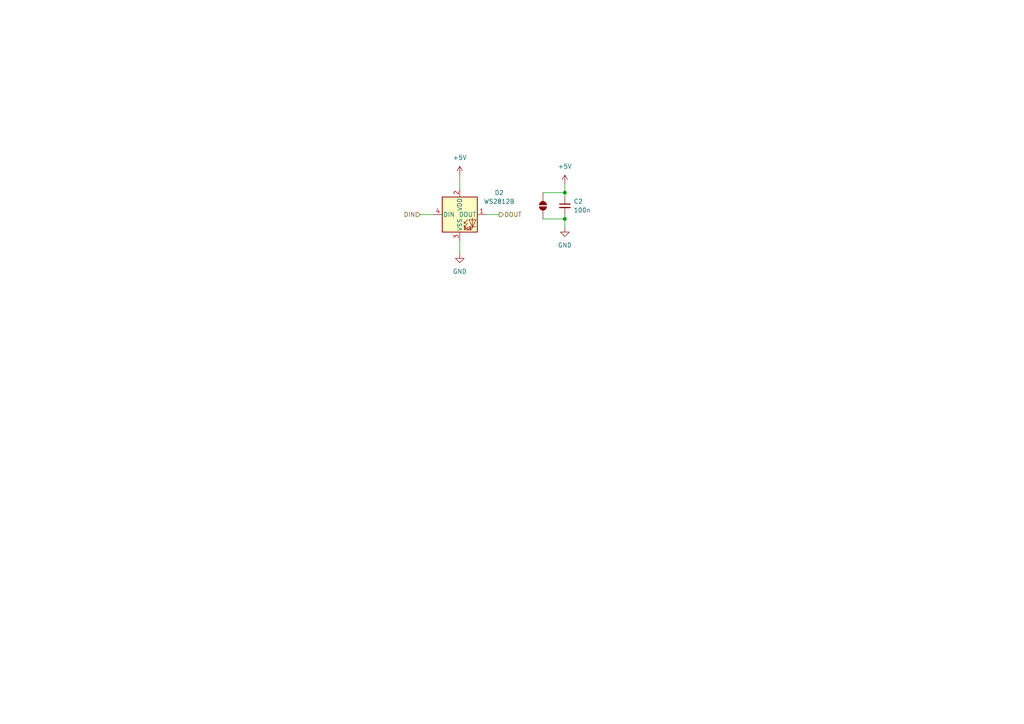
<source format=kicad_sch>
(kicad_sch (version 20231120) (generator "eeschema") (generator_version "8.0")
  (paper "A4")
  (lib_symbols
    (symbol "Device:C_Small" (pin_numbers hide) (pin_names (offset 0.254) hide)
      (property "Reference" "C" (at 0.254 1.778 0))
      (property "Value" "C_Small" (at 0.254 -2.032 0))
      (symbol "C_Small_0_1"
        (polyline (pts (xy -1.524 -0.508) (xy 1.524 -0.508)) (stroke (width 0.3302)))
        (polyline (pts (xy -1.524 0.508) (xy 1.524 0.508)) (stroke (width 0.3048)))
      )
      (symbol "C_Small_1_1"
        (pin passive line (at 0 2.54 270) (length 2.032) (name "~") (number "1"))
        (pin passive line (at 0 -2.54 90) (length 2.032) (name "~") (number "2"))
      )
    )
    (symbol "Jumper:SolderJumper_2_Open" (pin_numbers hide) (pin_names (offset 0) hide) (exclude_from_sim yes) (in_bom no)
      (property "Reference" "JP" (at 0 2.032 0))
      (property "Value" "SolderJumper_2_Open" (at 0 -2.54 0))
      (symbol "SolderJumper_2_Open_0_1"
        (arc (start -0.254 1.016) (mid -1.2656 0) (end -0.254 -1.016))
        (arc (start -0.254 1.016) (mid -1.2656 0) (end -0.254 -1.016) (fill (type outline)))
        (polyline (pts (xy -0.254 1.016) (xy -0.254 -1.016)))
        (polyline (pts (xy 0.254 1.016) (xy 0.254 -1.016)))
        (arc (start 0.254 -1.016) (mid 1.2656 0) (end 0.254 1.016))
        (arc (start 0.254 -1.016) (mid 1.2656 0) (end 0.254 1.016) (fill (type outline)))
      )
      (symbol "SolderJumper_2_Open_1_1"
        (pin passive line (at -3.81 0 0) (length 2.54) (name "A") (number "1"))
        (pin passive line (at 3.81 0 180) (length 2.54) (name "B") (number "2"))
      )
    )
    (symbol "lib_pixel_grid:WS2812B-1615RGBC" (pin_names (offset 0.254))
      (property "Reference" "D" (at 5.08 5.715 0))
      (property "Value" "WS2812B-1615RGBC" (at 1.27 -5.715 0))
      (symbol "WS2812B-1615RGBC_0_0"
        (text "RGB" (at 2.286 -4.191 0) (effects (font (size 0.762 0.762))))
      )
      (symbol "WS2812B-1615RGBC_0_1"
        (polyline (pts (xy 1.27 -3.556) (xy 1.778 -3.556)))
        (polyline (pts (xy 1.27 -2.54) (xy 1.778 -2.54)))
        (polyline (pts (xy 4.699 -3.556) (xy 2.667 -3.556)))
        (polyline (pts (xy 2.286 -2.54) (xy 1.27 -3.556) (xy 1.27 -3.048)))
        (polyline (pts (xy 2.286 -1.524) (xy 1.27 -2.54) (xy 1.27 -2.032)))
        (polyline (pts (xy 3.683 -1.016) (xy 3.683 -3.556) (xy 3.683 -4.064)))
        (polyline (pts (xy 4.699 -1.524) (xy 2.667 -1.524) (xy 3.683 -3.556) (xy 4.699 -1.524)))
        (rectangle (start 5.08 5.08) (end -5.08 -5.08) (stroke (width 0.254)) (fill (type background)))
      )
      (symbol "WS2812B-1615RGBC_1_1"
        (pin output line (at 7.62 0 180) (length 2.54) (name "DOUT") (number "1"))
        (pin power_in line (at 0 7.62 270) (length 2.54) (name "VDD") (number "2"))
        (pin power_in line (at 0 -7.62 90) (length 2.54) (name "VSS") (number "3"))
        (pin input line (at -7.62 0 0) (length 2.54) (name "DIN") (number "4"))
      )
    )
    (symbol "power:+5V" (power) (pin_numbers hide) (pin_names (offset 0) hide)
      (property "Value" "+5V" (at 0 3.556 0))
      (symbol "+5V_0_1"
        (polyline (pts (xy -0.762 1.27) (xy 0 2.54)))
        (polyline (pts (xy 0 0) (xy 0 2.54)))
        (polyline (pts (xy 0 2.54) (xy 0.762 1.27)))
      )
      (symbol "+5V_1_1"
        (pin power_in line (at 0 0 90) (length 0) (name "~") (number "1"))
      )
    )
    (symbol "power:GND" (power) (pin_numbers hide) (pin_names (offset 0) hide)
      (property "Value" "GND" (at 0 -3.81 0))
      (symbol "GND_0_1"
        (polyline (pts (xy 0 0) (xy 0 -1.27) (xy 1.27 -1.27) (xy 0 -2.54) (xy -1.27 -1.27) (xy 0 -1.27)))
      )
      (symbol "GND_1_1"
        (pin power_in line (at 0 0 270) (length 0) (name "~") (number "1"))
      )
    )
  )
  (junction (at 163.83 55.88))
  (junction (at 163.83 63.5))
  (wire (pts (xy 157.48 55.88) (xy 163.83 55.88)))
  (wire (pts (xy 140.97 62.23) (xy 144.78 62.23)))
  (wire (pts (xy 133.35 50.8) (xy 133.35 54.61)))
  (wire (pts (xy 163.83 55.88) (xy 163.83 57.15)))
  (wire (pts (xy 133.35 69.85) (xy 133.35 73.66)))
  (wire (pts (xy 121.92 62.23) (xy 125.73 62.23)))
  (wire (pts (xy 163.83 62.23) (xy 163.83 63.5)))
  (wire (pts (xy 163.83 63.5) (xy 163.83 66.04)))
  (wire (pts (xy 163.83 53.34) (xy 163.83 55.88)))
  (wire (pts (xy 157.48 63.5) (xy 163.83 63.5)))
  (hierarchical_label "DOUT" (shape output) (at 144.78 62.23 0))
  (hierarchical_label "DIN" (shape input) (at 121.92 62.23 180))
  (symbol (lib_id "lib_pixel_grid:WS2812B-1615RGBC") (at 133.35 62.23 0) (unit 1)
    (property "Reference" "D2" (at 144.78 55.9114 0))
    (property "Value" "WS2812B" (at 144.78 58.4514 0))
    (property "Footprint" "lib_pixel_grid:LED_WS2812B-1615_1.5x1.6mm" (effects (hide yes)))
    (property "Datasheet" "https://cdn-shop.adafruit.com/datasheets/WS2812B.pdf" (effects (hide yes)))
    (property "Description" "RGB LED with integrated controller" (effects (hide yes)))
    (property "LCSC" "C5349954" (effects (hide yes)))
    (instances (project "pixel_grid" (path "" (reference "D2") (unit 1)) (path "" (reference "D3") (unit 1)) (path "" (reference "D4") (unit 1)) (path "" (reference "D5") (unit 1)) (path "" (reference "D6") (unit 1)) (path "" (reference "D7") (unit 1)) (path "" (reference "D8") (unit 1)) (path "" (reference "D9") (unit 1)) (path "" (reference "D10") (unit 1)) (path "" (reference "D11") (unit 1)) (path "" (reference "D12") (unit 1)) (path "" (reference "D13") (unit 1)) (path "" (reference "D14") (unit 1)) (path "" (reference "D15") (unit 1)) (path "" (reference "D16") (unit 1)) (path "" (reference "D17") (unit 1)) (path "" (reference "D18") (unit 1)) (path "" (reference "D19") (unit 1)) (path "" (reference "D20") (unit 1)) (path "" (reference "D21") (unit 1)) (path "" (reference "D22") (unit 1)) (path "" (reference "D23") (unit 1)) (path "" (reference "D24") (unit 1)) (path "" (reference "D25") (unit 1)) (path "" (reference "D26") (unit 1)) (path "" (reference "D27") (unit 1)) (path "" (reference "D28") (unit 1)) (path "" (reference "D29") (unit 1)) (path "" (reference "D30") (unit 1)) (path "" (reference "D31") (unit 1)) (path "" (reference "D32") (unit 1)) (path "" (reference "D33") (unit 1)) (path "" (reference "D34") (unit 1)) (path "" (reference "D35") (unit 1)) (path "" (reference "D36") (unit 1)) (path "" (reference "D37") (unit 1)) (path "" (reference "D38") (unit 1)) (path "" (reference "D39") (unit 1)) (path "" (reference "D40") (unit 1)) (path "" (reference "D41") (unit 1)) (path "" (reference "D42") (unit 1)) (path "" (reference "D43") (unit 1)) (path "" (reference "D44") (unit 1)) (path "" (reference "D45") (unit 1)) (path "" (reference "D46") (unit 1)) (path "" (reference "D47") (unit 1)) (path "" (reference "D48") (unit 1)) (path "" (reference "D49") (unit 1)) (path "" (reference "D50") (unit 1)) (path "" (reference "D51") (unit 1)) (path "" (reference "D52") (unit 1)) (path "" (reference "D53") (unit 1)) (path "" (reference "D54") (unit 1)) (path "" (reference "D55") (unit 1)) (path "" (reference "D56") (unit 1)) (path "" (reference "D57") (unit 1)) (path "" (reference "D58") (unit 1)) (path "" (reference "D59") (unit 1)) (path "" (reference "D60") (unit 1)) (path "" (reference "D61") (unit 1)) (path "" (reference "D62") (unit 1)) (path "" (reference "D63") (unit 1)) (path "" (reference "D64") (unit 1)) (path "" (reference "D65") (unit 1)) (path "" (reference "D66") (unit 1)) (path "" (reference "D67") (unit 1)) (path "" (reference "D68") (unit 1)) (path "" (reference "D69") (unit 1)) (path "" (reference "D70") (unit 1)) (path "" (reference "D71") (unit 1)) (path "" (reference "D72") (unit 1)) (path "" (reference "D73") (unit 1)) (path "" (reference "D74") (unit 1)) (path "" (reference "D75") (unit 1)) (path "" (reference "D76") (unit 1)) (path "" (reference "D77") (unit 1)) (path "" (reference "D78") (unit 1)) (path "" (reference "D79") (unit 1)) (path "" (reference "D80") (unit 1)) (path "" (reference "D81") (unit 1)) (path "" (reference "D82") (unit 1)) (path "" (reference "D83") (unit 1)) (path "" (reference "D84") (unit 1)) (path "" (reference "D85") (unit 1)) (path "" (reference "D86") (unit 1)) (path "" (reference "D87") (unit 1)) (path "" (reference "D88") (unit 1)) (path "" (reference "D89") (unit 1)) (path "" (reference "D90") (unit 1)) (path "" (reference "D91") (unit 1)) (path "" (reference "D92") (unit 1)) (path "" (reference "D93") (unit 1)) (path "" (reference "D94") (unit 1)) (path "" (reference "D95") (unit 1)) (path "" (reference "D96") (unit 1)) (path "" (reference "D97") (unit 1)) (path "" (reference "D98") (unit 1)) (path "" (reference "D99") (unit 1)) (path "" (reference "D100") (unit 1)) (path "" (reference "D1") (unit 1))))
  )
  (symbol (lib_id "power:+5V") (at 163.83 53.34 0) (unit 1)
    (property "Reference" "#PWR011" (effects (hide yes)))
    (property "Value" "+5V" (at 163.83 48.26 0))
    (property "Description" "Power symbol creates a global label with name \"+5V\"" (effects (hide yes)))
    (instances (project "pixel_grid" (path "" (reference "#PWR011") (unit 1)) (path "" (reference "#PWR015") (unit 1)) (path "" (reference "#PWR019") (unit 1)) (path "" (reference "#PWR023") (unit 1)) (path "" (reference "#PWR027") (unit 1)) (path "" (reference "#PWR031") (unit 1)) (path "" (reference "#PWR035") (unit 1)) (path "" (reference "#PWR039") (unit 1)) (path "" (reference "#PWR043") (unit 1)) (path "" (reference "#PWR047") (unit 1)) (path "" (reference "#PWR051") (unit 1)) (path "" (reference "#PWR055") (unit 1)) (path "" (reference "#PWR059") (unit 1)) (path "" (reference "#PWR063") (unit 1)) (path "" (reference "#PWR067") (unit 1)) (path "" (reference "#PWR071") (unit 1)) (path "" (reference "#PWR075") (unit 1)) (path "" (reference "#PWR079") (unit 1)) (path "" (reference "#PWR083") (unit 1)) (path "" (reference "#PWR087") (unit 1)) (path "" (reference "#PWR091") (unit 1)) (path "" (reference "#PWR095") (unit 1)) (path "" (reference "#PWR099") (unit 1)) (path "" (reference "#PWR0103") (unit 1)) (path "" (reference "#PWR0107") (unit 1)) (path "" (reference "#PWR0111") (unit 1)) (path "" (reference "#PWR0115") (unit 1)) (path "" (reference "#PWR0119") (unit 1)) (path "" (reference "#PWR0123") (unit 1)) (path "" (reference "#PWR0127") (unit 1)) (path "" (reference "#PWR0131") (unit 1)) (path "" (reference "#PWR0135") (unit 1)) (path "" (reference "#PWR0139") (unit 1)) (path "" (reference "#PWR0143") (unit 1)) (path "" (reference "#PWR0147") (unit 1)) (path "" (reference "#PWR0151") (unit 1)) (path "" (reference "#PWR0155") (unit 1)) (path "" (reference "#PWR0159") (unit 1)) (path "" (reference "#PWR0163") (unit 1)) (path "" (reference "#PWR0167") (unit 1)) (path "" (reference "#PWR0171") (unit 1)) (path "" (reference "#PWR0175") (unit 1)) (path "" (reference "#PWR0179") (unit 1)) (path "" (reference "#PWR0183") (unit 1)) (path "" (reference "#PWR0187") (unit 1)) (path "" (reference "#PWR0191") (unit 1)) (path "" (reference "#PWR0195") (unit 1)) (path "" (reference "#PWR0199") (unit 1)) (path "" (reference "#PWR0203") (unit 1)) (path "" (reference "#PWR0207") (unit 1)) (path "" (reference "#PWR0211") (unit 1)) (path "" (reference "#PWR0215") (unit 1)) (path "" (reference "#PWR0219") (unit 1)) (path "" (reference "#PWR0223") (unit 1)) (path "" (reference "#PWR0227") (unit 1)) (path "" (reference "#PWR0231") (unit 1)) (path "" (reference "#PWR0235") (unit 1)) (path "" (reference "#PWR0239") (unit 1)) (path "" (reference "#PWR0243") (unit 1)) (path "" (reference "#PWR0247") (unit 1)) (path "" (reference "#PWR0251") (unit 1)) (path "" (reference "#PWR0255") (unit 1)) (path "" (reference "#PWR0259") (unit 1)) (path "" (reference "#PWR0263") (unit 1)) (path "" (reference "#PWR0267") (unit 1)) (path "" (reference "#PWR0271") (unit 1)) (path "" (reference "#PWR0275") (unit 1)) (path "" (reference "#PWR0279") (unit 1)) (path "" (reference "#PWR0283") (unit 1)) (path "" (reference "#PWR0287") (unit 1)) (path "" (reference "#PWR0291") (unit 1)) (path "" (reference "#PWR0295") (unit 1)) (path "" (reference "#PWR0299") (unit 1)) (path "" (reference "#PWR0303") (unit 1)) (path "" (reference "#PWR0307") (unit 1)) (path "" (reference "#PWR0311") (unit 1)) (path "" (reference "#PWR0315") (unit 1)) (path "" (reference "#PWR0319") (unit 1)) (path "" (reference "#PWR0323") (unit 1)) (path "" (reference "#PWR0327") (unit 1)) (path "" (reference "#PWR0331") (unit 1)) (path "" (reference "#PWR0335") (unit 1)) (path "" (reference "#PWR0339") (unit 1)) (path "" (reference "#PWR0343") (unit 1)) (path "" (reference "#PWR0347") (unit 1)) (path "" (reference "#PWR0351") (unit 1)) (path "" (reference "#PWR0355") (unit 1)) (path "" (reference "#PWR0359") (unit 1)) (path "" (reference "#PWR0363") (unit 1)) (path "" (reference "#PWR0367") (unit 1)) (path "" (reference "#PWR0371") (unit 1)) (path "" (reference "#PWR0375") (unit 1)) (path "" (reference "#PWR0379") (unit 1)) (path "" (reference "#PWR0383") (unit 1)) (path "" (reference "#PWR0387") (unit 1)) (path "" (reference "#PWR0391") (unit 1)) (path "" (reference "#PWR0395") (unit 1)) (path "" (reference "#PWR0399") (unit 1)) (path "" (reference "#PWR0403") (unit 1)) (path "" (reference "#PWR0407") (unit 1))))
  )
  (symbol (lib_id "power:GND") (at 163.83 66.04 0) (unit 1)
    (property "Reference" "#PWR012" (effects (hide yes)))
    (property "Value" "GND" (at 163.83 71.12 0))
    (property "Description" "Power symbol creates a global label with name \"GND\" , ground" (effects (hide yes)))
    (instances (project "pixel_grid" (path "" (reference "#PWR012") (unit 1)) (path "" (reference "#PWR016") (unit 1)) (path "" (reference "#PWR020") (unit 1)) (path "" (reference "#PWR024") (unit 1)) (path "" (reference "#PWR028") (unit 1)) (path "" (reference "#PWR032") (unit 1)) (path "" (reference "#PWR036") (unit 1)) (path "" (reference "#PWR040") (unit 1)) (path "" (reference "#PWR044") (unit 1)) (path "" (reference "#PWR048") (unit 1)) (path "" (reference "#PWR052") (unit 1)) (path "" (reference "#PWR056") (unit 1)) (path "" (reference "#PWR060") (unit 1)) (path "" (reference "#PWR064") (unit 1)) (path "" (reference "#PWR068") (unit 1)) (path "" (reference "#PWR072") (unit 1)) (path "" (reference "#PWR076") (unit 1)) (path "" (reference "#PWR080") (unit 1)) (path "" (reference "#PWR084") (unit 1)) (path "" (reference "#PWR088") (unit 1)) (path "" (reference "#PWR092") (unit 1)) (path "" (reference "#PWR096") (unit 1)) (path "" (reference "#PWR0100") (unit 1)) (path "" (reference "#PWR0104") (unit 1)) (path "" (reference "#PWR0108") (unit 1)) (path "" (reference "#PWR0112") (unit 1)) (path "" (reference "#PWR0116") (unit 1)) (path "" (reference "#PWR0120") (unit 1)) (path "" (reference "#PWR0124") (unit 1)) (path "" (reference "#PWR0128") (unit 1)) (path "" (reference "#PWR0132") (unit 1)) (path "" (reference "#PWR0136") (unit 1)) (path "" (reference "#PWR0140") (unit 1)) (path "" (reference "#PWR0144") (unit 1)) (path "" (reference "#PWR0148") (unit 1)) (path "" (reference "#PWR0152") (unit 1)) (path "" (reference "#PWR0156") (unit 1)) (path "" (reference "#PWR0160") (unit 1)) (path "" (reference "#PWR0164") (unit 1)) (path "" (reference "#PWR0168") (unit 1)) (path "" (reference "#PWR0172") (unit 1)) (path "" (reference "#PWR0176") (unit 1)) (path "" (reference "#PWR0180") (unit 1)) (path "" (reference "#PWR0184") (unit 1)) (path "" (reference "#PWR0188") (unit 1)) (path "" (reference "#PWR0192") (unit 1)) (path "" (reference "#PWR0196") (unit 1)) (path "" (reference "#PWR0200") (unit 1)) (path "" (reference "#PWR0204") (unit 1)) (path "" (reference "#PWR0208") (unit 1)) (path "" (reference "#PWR0212") (unit 1)) (path "" (reference "#PWR0216") (unit 1)) (path "" (reference "#PWR0220") (unit 1)) (path "" (reference "#PWR0224") (unit 1)) (path "" (reference "#PWR0228") (unit 1)) (path "" (reference "#PWR0232") (unit 1)) (path "" (reference "#PWR0236") (unit 1)) (path "" (reference "#PWR0240") (unit 1)) (path "" (reference "#PWR0244") (unit 1)) (path "" (reference "#PWR0248") (unit 1)) (path "" (reference "#PWR0252") (unit 1)) (path "" (reference "#PWR0256") (unit 1)) (path "" (reference "#PWR0260") (unit 1)) (path "" (reference "#PWR0264") (unit 1)) (path "" (reference "#PWR0268") (unit 1)) (path "" (reference "#PWR0272") (unit 1)) (path "" (reference "#PWR0276") (unit 1)) (path "" (reference "#PWR0280") (unit 1)) (path "" (reference "#PWR0284") (unit 1)) (path "" (reference "#PWR0288") (unit 1)) (path "" (reference "#PWR0292") (unit 1)) (path "" (reference "#PWR0296") (unit 1)) (path "" (reference "#PWR0300") (unit 1)) (path "" (reference "#PWR0304") (unit 1)) (path "" (reference "#PWR0308") (unit 1)) (path "" (reference "#PWR0312") (unit 1)) (path "" (reference "#PWR0316") (unit 1)) (path "" (reference "#PWR0320") (unit 1)) (path "" (reference "#PWR0324") (unit 1)) (path "" (reference "#PWR0328") (unit 1)) (path "" (reference "#PWR0332") (unit 1)) (path "" (reference "#PWR0336") (unit 1)) (path "" (reference "#PWR0340") (unit 1)) (path "" (reference "#PWR0344") (unit 1)) (path "" (reference "#PWR0348") (unit 1)) (path "" (reference "#PWR0352") (unit 1)) (path "" (reference "#PWR0356") (unit 1)) (path "" (reference "#PWR0360") (unit 1)) (path "" (reference "#PWR0364") (unit 1)) (path "" (reference "#PWR0368") (unit 1)) (path "" (reference "#PWR0372") (unit 1)) (path "" (reference "#PWR0376") (unit 1)) (path "" (reference "#PWR0380") (unit 1)) (path "" (reference "#PWR0384") (unit 1)) (path "" (reference "#PWR0388") (unit 1)) (path "" (reference "#PWR0392") (unit 1)) (path "" (reference "#PWR0396") (unit 1)) (path "" (reference "#PWR0400") (unit 1)) (path "" (reference "#PWR0404") (unit 1)) (path "" (reference "#PWR0408") (unit 1))))
  )
  (symbol (lib_id "power:+5V") (at 133.35 50.8 0) (unit 1)
    (property "Reference" "#PWR013" (effects (hide yes)))
    (property "Value" "+5V" (at 133.35 45.72 0))
    (property "Description" "Power symbol creates a global label with name \"+5V\"" (effects (hide yes)))
    (instances (project "pixel_grid" (path "" (reference "#PWR013") (unit 1)) (path "" (reference "#PWR017") (unit 1)) (path "" (reference "#PWR021") (unit 1)) (path "" (reference "#PWR025") (unit 1)) (path "" (reference "#PWR029") (unit 1)) (path "" (reference "#PWR033") (unit 1)) (path "" (reference "#PWR037") (unit 1)) (path "" (reference "#PWR041") (unit 1)) (path "" (reference "#PWR045") (unit 1)) (path "" (reference "#PWR049") (unit 1)) (path "" (reference "#PWR053") (unit 1)) (path "" (reference "#PWR057") (unit 1)) (path "" (reference "#PWR061") (unit 1)) (path "" (reference "#PWR065") (unit 1)) (path "" (reference "#PWR069") (unit 1)) (path "" (reference "#PWR073") (unit 1)) (path "" (reference "#PWR077") (unit 1)) (path "" (reference "#PWR081") (unit 1)) (path "" (reference "#PWR085") (unit 1)) (path "" (reference "#PWR089") (unit 1)) (path "" (reference "#PWR093") (unit 1)) (path "" (reference "#PWR097") (unit 1)) (path "" (reference "#PWR0101") (unit 1)) (path "" (reference "#PWR0105") (unit 1)) (path "" (reference "#PWR0109") (unit 1)) (path "" (reference "#PWR0113") (unit 1)) (path "" (reference "#PWR0117") (unit 1)) (path "" (reference "#PWR0121") (unit 1)) (path "" (reference "#PWR0125") (unit 1)) (path "" (reference "#PWR0129") (unit 1)) (path "" (reference "#PWR0133") (unit 1)) (path "" (reference "#PWR0137") (unit 1)) (path "" (reference "#PWR0141") (unit 1)) (path "" (reference "#PWR0145") (unit 1)) (path "" (reference "#PWR0149") (unit 1)) (path "" (reference "#PWR0153") (unit 1)) (path "" (reference "#PWR0157") (unit 1)) (path "" (reference "#PWR0161") (unit 1)) (path "" (reference "#PWR0165") (unit 1)) (path "" (reference "#PWR0169") (unit 1)) (path "" (reference "#PWR0173") (unit 1)) (path "" (reference "#PWR0177") (unit 1)) (path "" (reference "#PWR0181") (unit 1)) (path "" (reference "#PWR0185") (unit 1)) (path "" (reference "#PWR0189") (unit 1)) (path "" (reference "#PWR0193") (unit 1)) (path "" (reference "#PWR0197") (unit 1)) (path "" (reference "#PWR0201") (unit 1)) (path "" (reference "#PWR0205") (unit 1)) (path "" (reference "#PWR0209") (unit 1)) (path "" (reference "#PWR0213") (unit 1)) (path "" (reference "#PWR0217") (unit 1)) (path "" (reference "#PWR0221") (unit 1)) (path "" (reference "#PWR0225") (unit 1)) (path "" (reference "#PWR0229") (unit 1)) (path "" (reference "#PWR0233") (unit 1)) (path "" (reference "#PWR0237") (unit 1)) (path "" (reference "#PWR0241") (unit 1)) (path "" (reference "#PWR0245") (unit 1)) (path "" (reference "#PWR0249") (unit 1)) (path "" (reference "#PWR0253") (unit 1)) (path "" (reference "#PWR0257") (unit 1)) (path "" (reference "#PWR0261") (unit 1)) (path "" (reference "#PWR0265") (unit 1)) (path "" (reference "#PWR0269") (unit 1)) (path "" (reference "#PWR0273") (unit 1)) (path "" (reference "#PWR0277") (unit 1)) (path "" (reference "#PWR0281") (unit 1)) (path "" (reference "#PWR0285") (unit 1)) (path "" (reference "#PWR0289") (unit 1)) (path "" (reference "#PWR0293") (unit 1)) (path "" (reference "#PWR0297") (unit 1)) (path "" (reference "#PWR0301") (unit 1)) (path "" (reference "#PWR0305") (unit 1)) (path "" (reference "#PWR0309") (unit 1)) (path "" (reference "#PWR0313") (unit 1)) (path "" (reference "#PWR0317") (unit 1)) (path "" (reference "#PWR0321") (unit 1)) (path "" (reference "#PWR0325") (unit 1)) (path "" (reference "#PWR0329") (unit 1)) (path "" (reference "#PWR0333") (unit 1)) (path "" (reference "#PWR0337") (unit 1)) (path "" (reference "#PWR0341") (unit 1)) (path "" (reference "#PWR0345") (unit 1)) (path "" (reference "#PWR0349") (unit 1)) (path "" (reference "#PWR0353") (unit 1)) (path "" (reference "#PWR0357") (unit 1)) (path "" (reference "#PWR0361") (unit 1)) (path "" (reference "#PWR0365") (unit 1)) (path "" (reference "#PWR0369") (unit 1)) (path "" (reference "#PWR0373") (unit 1)) (path "" (reference "#PWR0377") (unit 1)) (path "" (reference "#PWR0381") (unit 1)) (path "" (reference "#PWR0385") (unit 1)) (path "" (reference "#PWR0389") (unit 1)) (path "" (reference "#PWR0393") (unit 1)) (path "" (reference "#PWR0397") (unit 1)) (path "" (reference "#PWR0401") (unit 1)) (path "" (reference "#PWR0405") (unit 1)) (path "" (reference "#PWR09") (unit 1))))
  )
  (symbol (lib_id "Jumper:SolderJumper_2_Open") (at 157.48 59.69 90) (unit 1) (exclude_from_sim yes) (in_bom no)
    (property "Reference" "JP71" (effects (hide yes)))
    (property "Value" "SolderJumper_2_Open" (effects (hide yes)))
    (property "Footprint" "lib_pixel_grid:Pin_D0.6mm_Via" (effects (hide yes)))
    (property "Description" "Solder Jumper, 2-pole, open" (effects (hide yes)))
    (instances (project "pixel_grid" (path "" (reference "JP71") (unit 1)) (path "" (reference "JP1") (unit 1)) (path "" (reference "JP2") (unit 1)) (path "" (reference "JP3") (unit 1)) (path "" (reference "JP4") (unit 1)) (path "" (reference "JP5") (unit 1)) (path "" (reference "JP6") (unit 1)) (path "" (reference "JP7") (unit 1)) (path "" (reference "JP8") (unit 1)) (path "" (reference "JP9") (unit 1)) (path "" (reference "JP10") (unit 1)) (path "" (reference "JP11") (unit 1)) (path "" (reference "JP12") (unit 1)) (path "" (reference "JP13") (unit 1)) (path "" (reference "JP14") (unit 1)) (path "" (reference "JP15") (unit 1)) (path "" (reference "JP16") (unit 1)) (path "" (reference "JP17") (unit 1)) (path "" (reference "JP18") (unit 1)) (path "" (reference "JP19") (unit 1)) (path "" (reference "JP20") (unit 1)) (path "" (reference "JP21") (unit 1)) (path "" (reference "JP22") (unit 1)) (path "" (reference "JP23") (unit 1)) (path "" (reference "JP24") (unit 1)) (path "" (reference "JP25") (unit 1)) (path "" (reference "JP26") (unit 1)) (path "" (reference "JP27") (unit 1)) (path "" (reference "JP28") (unit 1)) (path "" (reference "JP29") (unit 1)) (path "" (reference "JP30") (unit 1)) (path "" (reference "JP31") (unit 1)) (path "" (reference "JP32") (unit 1)) (path "" (reference "JP33") (unit 1)) (path "" (reference "JP34") (unit 1)) (path "" (reference "JP35") (unit 1)) (path "" (reference "JP36") (unit 1)) (path "" (reference "JP37") (unit 1)) (path "" (reference "JP38") (unit 1)) (path "" (reference "JP39") (unit 1)) (path "" (reference "JP40") (unit 1)) (path "" (reference "JP41") (unit 1)) (path "" (reference "JP42") (unit 1)) (path "" (reference "JP43") (unit 1)) (path "" (reference "JP44") (unit 1)) (path "" (reference "JP45") (unit 1)) (path "" (reference "JP46") (unit 1)) (path "" (reference "JP47") (unit 1)) (path "" (reference "JP48") (unit 1)) (path "" (reference "JP49") (unit 1)) (path "" (reference "JP50") (unit 1)) (path "" (reference "JP51") (unit 1)) (path "" (reference "JP52") (unit 1)) (path "" (reference "JP53") (unit 1)) (path "" (reference "JP54") (unit 1)) (path "" (reference "JP55") (unit 1)) (path "" (reference "JP56") (unit 1)) (path "" (reference "JP57") (unit 1)) (path "" (reference "JP58") (unit 1)) (path "" (reference "JP59") (unit 1)) (path "" (reference "JP60") (unit 1)) (path "" (reference "JP61") (unit 1)) (path "" (reference "JP62") (unit 1)) (path "" (reference "JP63") (unit 1)) (path "" (reference "JP64") (unit 1)) (path "" (reference "JP65") (unit 1)) (path "" (reference "JP66") (unit 1)) (path "" (reference "JP67") (unit 1)) (path "" (reference "JP68") (unit 1)) (path "" (reference "JP69") (unit 1)) (path "" (reference "JP70") (unit 1)) (path "" (reference "JP72") (unit 1)) (path "" (reference "JP73") (unit 1)) (path "" (reference "JP74") (unit 1)) (path "" (reference "JP75") (unit 1)) (path "" (reference "JP76") (unit 1)) (path "" (reference "JP77") (unit 1)) (path "" (reference "JP78") (unit 1)) (path "" (reference "JP79") (unit 1)) (path "" (reference "JP80") (unit 1)) (path "" (reference "JP81") (unit 1)) (path "" (reference "JP82") (unit 1)) (path "" (reference "JP83") (unit 1)) (path "" (reference "JP84") (unit 1)) (path "" (reference "JP85") (unit 1)) (path "" (reference "JP86") (unit 1)) (path "" (reference "JP87") (unit 1)) (path "" (reference "JP88") (unit 1)) (path "" (reference "JP89") (unit 1)) (path "" (reference "JP90") (unit 1)) (path "" (reference "JP91") (unit 1)) (path "" (reference "JP92") (unit 1)) (path "" (reference "JP93") (unit 1)) (path "" (reference "JP94") (unit 1)) (path "" (reference "JP95") (unit 1)) (path "" (reference "JP96") (unit 1)) (path "" (reference "JP97") (unit 1)) (path "" (reference "JP98") (unit 1)) (path "" (reference "JP99") (unit 1)) (path "" (reference "JP100") (unit 1))))
  )
  (symbol (lib_id "Device:C_Small") (at 163.83 59.69 0) (unit 1)
    (property "Reference" "C2" (at 166.37 58.4262 0) (effects (justify left)))
    (property "Value" "100n" (at 166.37 60.9662 0) (effects (justify left)))
    (property "Footprint" "Capacitor_SMD:C_0402_1005Metric" (effects (hide yes)))
    (property "Description" "Unpolarized capacitor, small symbol" (effects (hide yes)))
    (property "LCSC" "C1525" (effects (hide yes)))
    (instances (project "pixel_grid" (path "" (reference "C2") (unit 1)) (path "" (reference "C3") (unit 1)) (path "" (reference "C4") (unit 1)) (path "" (reference "C5") (unit 1)) (path "" (reference "C6") (unit 1)) (path "" (reference "C7") (unit 1)) (path "" (reference "C8") (unit 1)) (path "" (reference "C9") (unit 1)) (path "" (reference "C10") (unit 1)) (path "" (reference "C11") (unit 1)) (path "" (reference "C12") (unit 1)) (path "" (reference "C13") (unit 1)) (path "" (reference "C14") (unit 1)) (path "" (reference "C15") (unit 1)) (path "" (reference "C16") (unit 1)) (path "" (reference "C17") (unit 1)) (path "" (reference "C18") (unit 1)) (path "" (reference "C19") (unit 1)) (path "" (reference "C20") (unit 1)) (path "" (reference "C21") (unit 1)) (path "" (reference "C22") (unit 1)) (path "" (reference "C23") (unit 1)) (path "" (reference "C24") (unit 1)) (path "" (reference "C25") (unit 1)) (path "" (reference "C26") (unit 1)) (path "" (reference "C27") (unit 1)) (path "" (reference "C28") (unit 1)) (path "" (reference "C29") (unit 1)) (path "" (reference "C30") (unit 1)) (path "" (reference "C31") (unit 1)) (path "" (reference "C32") (unit 1)) (path "" (reference "C33") (unit 1)) (path "" (reference "C34") (unit 1)) (path "" (reference "C35") (unit 1)) (path "" (reference "C36") (unit 1)) (path "" (reference "C37") (unit 1)) (path "" (reference "C38") (unit 1)) (path "" (reference "C39") (unit 1)) (path "" (reference "C40") (unit 1)) (path "" (reference "C41") (unit 1)) (path "" (reference "C42") (unit 1)) (path "" (reference "C43") (unit 1)) (path "" (reference "C44") (unit 1)) (path "" (reference "C45") (unit 1)) (path "" (reference "C46") (unit 1)) (path "" (reference "C47") (unit 1)) (path "" (reference "C48") (unit 1)) (path "" (reference "C49") (unit 1)) (path "" (reference "C50") (unit 1)) (path "" (reference "C51") (unit 1)) (path "" (reference "C52") (unit 1)) (path "" (reference "C53") (unit 1)) (path "" (reference "C54") (unit 1)) (path "" (reference "C55") (unit 1)) (path "" (reference "C56") (unit 1)) (path "" (reference "C57") (unit 1)) (path "" (reference "C58") (unit 1)) (path "" (reference "C59") (unit 1)) (path "" (reference "C60") (unit 1)) (path "" (reference "C61") (unit 1)) (path "" (reference "C62") (unit 1)) (path "" (reference "C63") (unit 1)) (path "" (reference "C64") (unit 1)) (path "" (reference "C65") (unit 1)) (path "" (reference "C66") (unit 1)) (path "" (reference "C67") (unit 1)) (path "" (reference "C68") (unit 1)) (path "" (reference "C69") (unit 1)) (path "" (reference "C70") (unit 1)) (path "" (reference "C71") (unit 1)) (path "" (reference "C72") (unit 1)) (path "" (reference "C73") (unit 1)) (path "" (reference "C74") (unit 1)) (path "" (reference "C75") (unit 1)) (path "" (reference "C76") (unit 1)) (path "" (reference "C77") (unit 1)) (path "" (reference "C78") (unit 1)) (path "" (reference "C79") (unit 1)) (path "" (reference "C80") (unit 1)) (path "" (reference "C81") (unit 1)) (path "" (reference "C82") (unit 1)) (path "" (reference "C83") (unit 1)) (path "" (reference "C84") (unit 1)) (path "" (reference "C85") (unit 1)) (path "" (reference "C86") (unit 1)) (path "" (reference "C87") (unit 1)) (path "" (reference "C88") (unit 1)) (path "" (reference "C89") (unit 1)) (path "" (reference "C90") (unit 1)) (path "" (reference "C91") (unit 1)) (path "" (reference "C92") (unit 1)) (path "" (reference "C93") (unit 1)) (path "" (reference "C94") (unit 1)) (path "" (reference "C95") (unit 1)) (path "" (reference "C96") (unit 1)) (path "" (reference "C97") (unit 1)) (path "" (reference "C98") (unit 1)) (path "" (reference "C99") (unit 1)) (path "" (reference "C100") (unit 1)) (path "" (reference "C1") (unit 1))))
  )
  (symbol (lib_id "power:GND") (at 133.35 73.66 0) (unit 1)
    (property "Reference" "#PWR014" (effects (hide yes)))
    (property "Value" "GND" (at 133.35 78.74 0))
    (property "Description" "Power symbol creates a global label with name \"GND\" , ground" (effects (hide yes)))
    (instances (project "pixel_grid" (path "" (reference "#PWR014") (unit 1)) (path "" (reference "#PWR018") (unit 1)) (path "" (reference "#PWR022") (unit 1)) (path "" (reference "#PWR026") (unit 1)) (path "" (reference "#PWR030") (unit 1)) (path "" (reference "#PWR034") (unit 1)) (path "" (reference "#PWR038") (unit 1)) (path "" (reference "#PWR042") (unit 1)) (path "" (reference "#PWR046") (unit 1)) (path "" (reference "#PWR050") (unit 1)) (path "" (reference "#PWR054") (unit 1)) (path "" (reference "#PWR058") (unit 1)) (path "" (reference "#PWR062") (unit 1)) (path "" (reference "#PWR066") (unit 1)) (path "" (reference "#PWR070") (unit 1)) (path "" (reference "#PWR074") (unit 1)) (path "" (reference "#PWR078") (unit 1)) (path "" (reference "#PWR082") (unit 1)) (path "" (reference "#PWR086") (unit 1)) (path "" (reference "#PWR090") (unit 1)) (path "" (reference "#PWR094") (unit 1)) (path "" (reference "#PWR098") (unit 1)) (path "" (reference "#PWR0102") (unit 1)) (path "" (reference "#PWR0106") (unit 1)) (path "" (reference "#PWR0110") (unit 1)) (path "" (reference "#PWR0114") (unit 1)) (path "" (reference "#PWR0118") (unit 1)) (path "" (reference "#PWR0122") (unit 1)) (path "" (reference "#PWR0126") (unit 1)) (path "" (reference "#PWR0130") (unit 1)) (path "" (reference "#PWR0134") (unit 1)) (path "" (reference "#PWR0138") (unit 1)) (path "" (reference "#PWR0142") (unit 1)) (path "" (reference "#PWR0146") (unit 1)) (path "" (reference "#PWR0150") (unit 1)) (path "" (reference "#PWR0154") (unit 1)) (path "" (reference "#PWR0158") (unit 1)) (path "" (reference "#PWR0162") (unit 1)) (path "" (reference "#PWR0166") (unit 1)) (path "" (reference "#PWR0170") (unit 1)) (path "" (reference "#PWR0174") (unit 1)) (path "" (reference "#PWR0178") (unit 1)) (path "" (reference "#PWR0182") (unit 1)) (path "" (reference "#PWR0186") (unit 1)) (path "" (reference "#PWR0190") (unit 1)) (path "" (reference "#PWR0194") (unit 1)) (path "" (reference "#PWR0198") (unit 1)) (path "" (reference "#PWR0202") (unit 1)) (path "" (reference "#PWR0206") (unit 1)) (path "" (reference "#PWR0210") (unit 1)) (path "" (reference "#PWR0214") (unit 1)) (path "" (reference "#PWR0218") (unit 1)) (path "" (reference "#PWR0222") (unit 1)) (path "" (reference "#PWR0226") (unit 1)) (path "" (reference "#PWR0230") (unit 1)) (path "" (reference "#PWR0234") (unit 1)) (path "" (reference "#PWR0238") (unit 1)) (path "" (reference "#PWR0242") (unit 1)) (path "" (reference "#PWR0246") (unit 1)) (path "" (reference "#PWR0250") (unit 1)) (path "" (reference "#PWR0254") (unit 1)) (path "" (reference "#PWR0258") (unit 1)) (path "" (reference "#PWR0262") (unit 1)) (path "" (reference "#PWR0266") (unit 1)) (path "" (reference "#PWR0270") (unit 1)) (path "" (reference "#PWR0274") (unit 1)) (path "" (reference "#PWR0278") (unit 1)) (path "" (reference "#PWR0282") (unit 1)) (path "" (reference "#PWR0286") (unit 1)) (path "" (reference "#PWR0290") (unit 1)) (path "" (reference "#PWR0294") (unit 1)) (path "" (reference "#PWR0298") (unit 1)) (path "" (reference "#PWR0302") (unit 1)) (path "" (reference "#PWR0306") (unit 1)) (path "" (reference "#PWR0310") (unit 1)) (path "" (reference "#PWR0314") (unit 1)) (path "" (reference "#PWR0318") (unit 1)) (path "" (reference "#PWR0322") (unit 1)) (path "" (reference "#PWR0326") (unit 1)) (path "" (reference "#PWR0330") (unit 1)) (path "" (reference "#PWR0334") (unit 1)) (path "" (reference "#PWR0338") (unit 1)) (path "" (reference "#PWR0342") (unit 1)) (path "" (reference "#PWR0346") (unit 1)) (path "" (reference "#PWR0350") (unit 1)) (path "" (reference "#PWR0354") (unit 1)) (path "" (reference "#PWR0358") (unit 1)) (path "" (reference "#PWR0362") (unit 1)) (path "" (reference "#PWR0366") (unit 1)) (path "" (reference "#PWR0370") (unit 1)) (path "" (reference "#PWR0374") (unit 1)) (path "" (reference "#PWR0378") (unit 1)) (path "" (reference "#PWR0382") (unit 1)) (path "" (reference "#PWR0386") (unit 1)) (path "" (reference "#PWR0390") (unit 1)) (path "" (reference "#PWR0394") (unit 1)) (path "" (reference "#PWR0398") (unit 1)) (path "" (reference "#PWR0402") (unit 1)) (path "" (reference "#PWR0406") (unit 1)) (path "" (reference "#PWR010") (unit 1))))
  )
)
</source>
